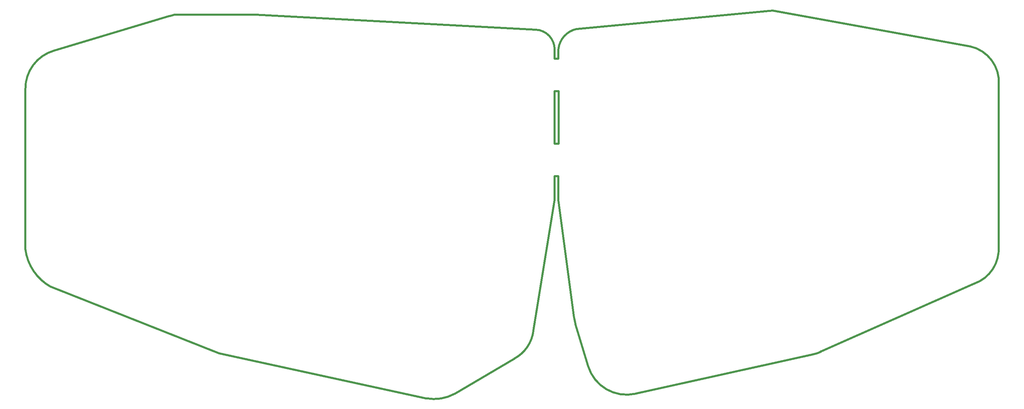
<source format=gbr>
%TF.GenerationSoftware,KiCad,Pcbnew,(5.1.9-0-10_14)*%
%TF.CreationDate,2021-06-06T18:46:05+01:00*%
%TF.ProjectId,dual_wield,6475616c-5f77-4696-956c-642e6b696361,rev?*%
%TF.SameCoordinates,Original*%
%TF.FileFunction,Profile,NP*%
%FSLAX46Y46*%
G04 Gerber Fmt 4.6, Leading zero omitted, Abs format (unit mm)*
G04 Created by KiCad (PCBNEW (5.1.9-0-10_14)) date 2021-06-06 18:46:05*
%MOMM*%
%LPD*%
G01*
G04 APERTURE LIST*
%TA.AperFunction,Profile*%
%ADD10C,0.500000*%
%TD*%
G04 APERTURE END LIST*
D10*
X304000000Y-141975000D02*
X303975000Y-154999000D01*
X179294484Y-190518758D02*
G75*
G02*
X172974999Y-181220704I6052017J10909861D01*
G01*
X406947286Y-130871561D02*
G75*
G02*
X414025000Y-140435046I-2007112J-8886186D01*
G01*
X413975000Y-180539366D02*
G75*
G02*
X408036365Y-189677489I-9045321J-620421D01*
G01*
X369919318Y-206618305D02*
G75*
G02*
X368027237Y-207242056I-3014435J5962372D01*
G01*
X324058710Y-217012751D02*
G75*
G02*
X312311055Y-210124002I-2183620J9737432D01*
G01*
X309203766Y-199764990D02*
G75*
G02*
X308869873Y-198213630I7860487J2503394D01*
G01*
X304975000Y-131527844D02*
G75*
G02*
X309505369Y-126549949I5703881J-640601D01*
G01*
X299294887Y-126720712D02*
G75*
G02*
X304025000Y-131713424I-167606J-4895810D01*
G01*
X298783595Y-201325472D02*
G75*
G02*
X293999870Y-208334163I-9032489J1028160D01*
G01*
X279377468Y-216974824D02*
G75*
G02*
X272158540Y-218135777I-5194353J9274525D01*
G01*
X208601722Y-123389607D02*
G75*
G02*
X211451328Y-122975000I2158326J-4834213D01*
G01*
X172975000Y-141493416D02*
G75*
G02*
X180125239Y-131908071I9803966J146231D01*
G01*
X305023000Y-155010000D02*
X303975000Y-154999000D01*
X305025000Y-141995000D02*
X305023000Y-155010000D01*
X304000000Y-141975000D02*
X305025000Y-141995000D01*
X304975000Y-133975000D02*
X304975000Y-131527844D01*
X304024999Y-133975000D02*
X304975000Y-133975000D01*
X304025000Y-131713424D02*
X304024999Y-133975000D01*
X230001999Y-122975000D02*
X299294887Y-126720713D01*
X211451328Y-122975000D02*
X230001999Y-122975000D01*
X180125239Y-131908071D02*
X208601722Y-123389607D01*
X172975000Y-181220704D02*
X172975000Y-141493417D01*
X220993000Y-207024000D02*
X179294484Y-190518757D01*
X272158540Y-218135777D02*
X220993000Y-207024000D01*
X293999870Y-208334163D02*
X279377468Y-216974824D01*
X304025000Y-169005000D02*
X298783594Y-201325472D01*
X304025000Y-163025000D02*
X304025000Y-169005000D01*
X304975000Y-163025000D02*
X304025000Y-163025000D01*
X304975000Y-169004999D02*
X304975000Y-163025000D01*
X308869873Y-198213630D02*
X304975000Y-169004999D01*
X312311055Y-210124002D02*
X309203766Y-199764990D01*
X368027237Y-207242056D02*
X324058709Y-217012749D01*
X408036365Y-189677489D02*
X369919318Y-206618305D01*
X414025000Y-140435046D02*
X413975000Y-180539365D01*
X358001000Y-122025000D02*
X406947286Y-130871561D01*
X309505369Y-126549949D02*
X358001000Y-122025000D01*
M02*

</source>
